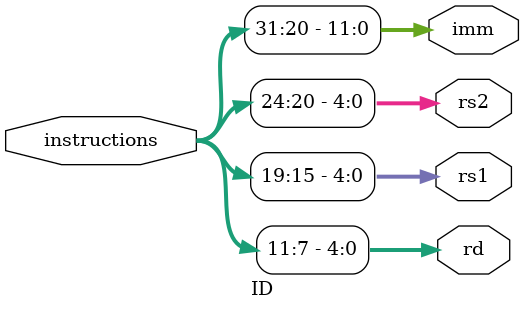
<source format=v>
module ID(instructions , rd, rs1, rs2, imm);

input [31:0] instructions;

output [4:0] rd, rs1, rs2;
output [11:0] imm;

assign rd = instructions[11:7];
assign rs1 = instructions[19:15];
assign rs2 = instructions[24:20];
assign imm = instructions[31:20];


endmodule



</source>
